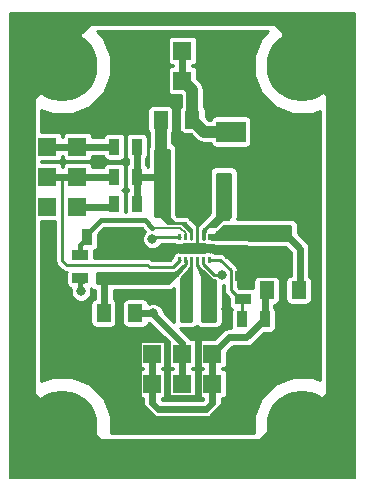
<source format=gbr>
G04 #@! TF.GenerationSoftware,KiCad,Pcbnew,(2017-02-05 revision 431abcf)-makepkg*
G04 #@! TF.CreationDate,2017-03-01T08:27:15+01:00*
G04 #@! TF.ProjectId,SYMPOWER02A,53594D504F5745523032412E6B696361,rev?*
G04 #@! TF.FileFunction,Copper,L2,Bot,Signal*
G04 #@! TF.FilePolarity,Positive*
%FSLAX46Y46*%
G04 Gerber Fmt 4.6, Leading zero omitted, Abs format (unit mm)*
G04 Created by KiCad (PCBNEW (2017-02-05 revision 431abcf)-makepkg) date 03/01/17 08:27:15*
%MOMM*%
%LPD*%
G01*
G04 APERTURE LIST*
%ADD10C,1.300000*%
%ADD11R,0.889000X1.397000*%
%ADD12C,0.500000*%
%ADD13C,0.250000*%
%ADD14C,0.900000*%
%ADD15C,0.280000*%
%ADD16C,6.000000*%
%ADD17R,1.300000X1.500000*%
%ADD18R,0.700000X3.000000*%
%ADD19R,1.397000X0.889000*%
%ADD20R,2.499360X1.800860*%
%ADD21R,1.524000X1.524000*%
%ADD22C,0.800000*%
%ADD23C,0.600000*%
%ADD24C,0.250000*%
%ADD25C,0.200000*%
%ADD26C,0.400000*%
%ADD27C,1.000000*%
%ADD28C,0.800000*%
%ADD29C,0.254000*%
G04 APERTURE END LIST*
D10*
D11*
X13525500Y23622000D03*
X15430500Y23622000D03*
D12*
X16256000Y20066000D03*
X15556000Y20066000D03*
X16956000Y20066000D03*
D13*
X14906000Y20316000D03*
D10*
G36*
X14556000Y20191000D02*
X14556000Y20441000D01*
X15256000Y20441000D01*
X15256000Y20191000D01*
X14556000Y20191000D01*
X14556000Y20191000D01*
G37*
D13*
X14906000Y19816000D03*
D10*
G36*
X14556000Y19691000D02*
X14556000Y19941000D01*
X15256000Y19941000D01*
X15256000Y19691000D01*
X14556000Y19691000D01*
X14556000Y19691000D01*
G37*
D13*
X17606000Y19816000D03*
D10*
G36*
X17256000Y19691000D02*
X17256000Y19941000D01*
X17956000Y19941000D01*
X17956000Y19691000D01*
X17256000Y19691000D01*
X17256000Y19691000D01*
G37*
D13*
X17606000Y20316000D03*
D10*
G36*
X17256000Y20191000D02*
X17256000Y20441000D01*
X17956000Y20441000D01*
X17956000Y20191000D01*
X17256000Y20191000D01*
X17256000Y20191000D01*
G37*
D14*
X16256000Y20066000D03*
D10*
G36*
X15256000Y19616000D02*
X15256000Y20516000D01*
X17256000Y20516000D01*
X17256000Y19616000D01*
X15256000Y19616000D01*
X15256000Y19616000D01*
G37*
D15*
X15006000Y19116000D03*
D10*
G36*
X14866000Y18866000D02*
X14866000Y19366000D01*
X15146000Y19366000D01*
X15146000Y18866000D01*
X14866000Y18866000D01*
X14866000Y18866000D01*
G37*
D15*
X15506000Y19116000D03*
D10*
G36*
X15366000Y18866000D02*
X15366000Y19366000D01*
X15646000Y19366000D01*
X15646000Y18866000D01*
X15366000Y18866000D01*
X15366000Y18866000D01*
G37*
D15*
X16006000Y19116000D03*
D10*
G36*
X15866000Y18866000D02*
X15866000Y19366000D01*
X16146000Y19366000D01*
X16146000Y18866000D01*
X15866000Y18866000D01*
X15866000Y18866000D01*
G37*
D15*
X16506000Y19116000D03*
D10*
G36*
X16366000Y18866000D02*
X16366000Y19366000D01*
X16646000Y19366000D01*
X16646000Y18866000D01*
X16366000Y18866000D01*
X16366000Y18866000D01*
G37*
D15*
X17006000Y19116000D03*
D10*
G36*
X16866000Y18866000D02*
X16866000Y19366000D01*
X17146000Y19366000D01*
X17146000Y18866000D01*
X16866000Y18866000D01*
X16866000Y18866000D01*
G37*
D15*
X17506000Y19116000D03*
D10*
G36*
X17366000Y18866000D02*
X17366000Y19366000D01*
X17646000Y19366000D01*
X17646000Y18866000D01*
X17366000Y18866000D01*
X17366000Y18866000D01*
G37*
D15*
X17506000Y21016000D03*
D10*
G36*
X17366000Y20766000D02*
X17366000Y21266000D01*
X17646000Y21266000D01*
X17646000Y20766000D01*
X17366000Y20766000D01*
X17366000Y20766000D01*
G37*
D15*
X17006000Y21016000D03*
D10*
G36*
X16866000Y20766000D02*
X16866000Y21266000D01*
X17146000Y21266000D01*
X17146000Y20766000D01*
X16866000Y20766000D01*
X16866000Y20766000D01*
G37*
D15*
X16506000Y21016000D03*
D10*
G36*
X16366000Y20766000D02*
X16366000Y21266000D01*
X16646000Y21266000D01*
X16646000Y20766000D01*
X16366000Y20766000D01*
X16366000Y20766000D01*
G37*
D15*
X16006000Y21016000D03*
D10*
G36*
X15866000Y20766000D02*
X15866000Y21266000D01*
X16146000Y21266000D01*
X16146000Y20766000D01*
X15866000Y20766000D01*
X15866000Y20766000D01*
G37*
D15*
X15506000Y21016000D03*
D10*
G36*
X15366000Y20766000D02*
X15366000Y21266000D01*
X15646000Y21266000D01*
X15646000Y20766000D01*
X15366000Y20766000D01*
X15366000Y20766000D01*
G37*
D15*
X15006000Y21016000D03*
D10*
G36*
X14866000Y20766000D02*
X14866000Y21266000D01*
X15146000Y21266000D01*
X15146000Y20766000D01*
X14866000Y20766000D01*
X14866000Y20766000D01*
G37*
D16*
X5080000Y5080000D03*
X25400000Y5080000D03*
X25400000Y35560000D03*
X5080000Y35560000D03*
D17*
X16082000Y30988000D03*
D18*
X14732000Y30988000D03*
D17*
X13382000Y30988000D03*
D11*
X15430500Y25654000D03*
X13525500Y25654000D03*
X13525500Y27686000D03*
X15430500Y27686000D03*
X17462500Y16764000D03*
X15557500Y16764000D03*
X15557500Y14732000D03*
X17462500Y14732000D03*
X16827500Y23622000D03*
X18732500Y23622000D03*
D19*
X8636000Y19494500D03*
X8636000Y17589500D03*
X23622000Y21526500D03*
X23622000Y19621500D03*
X10668000Y17589500D03*
X10668000Y19494500D03*
X21590000Y19621500D03*
X21590000Y21526500D03*
X12700000Y19494500D03*
X12700000Y17589500D03*
D17*
X11256000Y14605000D03*
D18*
X9906000Y14605000D03*
D17*
X8556000Y14605000D03*
X25073600Y16535400D03*
D18*
X23723600Y16535400D03*
D17*
X22373600Y16535400D03*
D19*
X13843000Y3048000D03*
X13843000Y4953000D03*
D20*
X19337020Y29972000D03*
X23334980Y29972000D03*
D21*
X12700000Y34290000D03*
X12700000Y36830000D03*
X15240000Y34290000D03*
X15240000Y36830000D03*
X17780000Y34290000D03*
X17780000Y36830000D03*
X3810000Y26162000D03*
X6350000Y26162000D03*
X6350000Y28702000D03*
X3810000Y28702000D03*
X3810000Y23622000D03*
X6350000Y23622000D03*
X10160000Y8636000D03*
X10160000Y11176000D03*
X12700000Y8636000D03*
X12700000Y11176000D03*
X15240000Y8636000D03*
X15240000Y11176000D03*
X17780000Y8636000D03*
X17780000Y11176000D03*
X20320000Y8636000D03*
X20320000Y11176000D03*
D11*
X11366500Y26162000D03*
X9461500Y26162000D03*
X9461500Y28702000D03*
X11366500Y28702000D03*
X11366500Y23876000D03*
X9461500Y23876000D03*
D19*
X6604000Y19494500D03*
X6604000Y17589500D03*
D11*
X7175500Y21082000D03*
X9080500Y21082000D03*
D19*
X20345400Y15811500D03*
X20345400Y17716500D03*
D11*
X20294600Y14097000D03*
X22199600Y14097000D03*
D19*
X11176000Y4953000D03*
X11176000Y3048000D03*
X19558000Y19621500D03*
X19558000Y21526500D03*
D11*
X16827500Y25654000D03*
X18732500Y25654000D03*
D22*
X19837400Y6273800D03*
X10541000Y6248400D03*
X3835400Y20243800D03*
X19024600Y13690600D03*
X18948400Y14960600D03*
X26111200Y10033000D03*
X9905996Y12674600D03*
X10261600Y20472400D03*
X11303000Y20370800D03*
X11277600Y21412200D03*
X3860800Y21742400D03*
X12852400Y19456400D03*
X5207000Y14732000D03*
X3810000Y14859000D03*
X6858000Y9398000D03*
X10287000Y21463000D03*
X23495000Y18542000D03*
X22352000Y18542000D03*
X20574002Y18796000D03*
X8382000Y11938000D03*
X8382000Y10160000D03*
X8382000Y8636000D03*
X21590000Y32258000D03*
X10414000Y33782000D03*
X10414000Y35560000D03*
X10414000Y37084000D03*
X19812000Y34036000D03*
X19812000Y35560000D03*
X19812000Y37084000D03*
X4064000Y30734000D03*
X7112000Y30734000D03*
X8890000Y30734000D03*
X9906000Y31496000D03*
X11176000Y32766000D03*
X17018000Y27432000D03*
X16002000Y26670000D03*
X16256000Y24638000D03*
X19558000Y27686000D03*
X18288000Y27686000D03*
X16764000Y28448000D03*
X15748000Y29210000D03*
X6654800Y16433798D03*
X12776200Y14579600D03*
X18596887Y17856200D03*
X12700000Y20878800D03*
D23*
X10940999Y5848401D02*
X10541000Y6248400D01*
X11836400Y4953000D02*
X10940999Y5848401D01*
X13843000Y4953000D02*
X11836400Y4953000D01*
X18333587Y12999587D02*
X18624601Y13290601D01*
X13962001Y12186213D02*
X13962001Y7410637D01*
X16417999Y7373999D02*
X16517999Y7473999D01*
X17179585Y12999587D02*
X18333587Y12999587D01*
X11437999Y12338001D02*
X11537999Y12438001D01*
X16517999Y12338001D02*
X17179585Y12999587D01*
X12876625Y5676989D02*
X11437999Y7115615D01*
X16517999Y7473999D02*
X16517999Y12338001D01*
X17603375Y5676989D02*
X12876625Y5676989D01*
X13998639Y7373999D02*
X16417999Y7373999D01*
X13962001Y7410637D02*
X13998639Y7373999D01*
X13710213Y12438001D02*
X13962001Y12186213D01*
X20320000Y11176000D02*
X20320000Y8393616D01*
X11437999Y7115615D02*
X11437999Y12338001D01*
X18624601Y13290601D02*
X19024600Y13690600D01*
X20320000Y8393616D02*
X17603375Y5676989D01*
X11537999Y12438001D02*
X13710213Y12438001D01*
D24*
X11239500Y19494500D02*
X10261600Y20472400D01*
D25*
X10287000Y20497800D02*
X10261600Y20472400D01*
D24*
X12700000Y19494500D02*
X11239500Y19494500D01*
D25*
X10287000Y21463000D02*
X10287000Y20497800D01*
X11277600Y20396200D02*
X11303000Y20370800D01*
X11277600Y21412200D02*
X11277600Y20396200D01*
X3810000Y14859000D02*
X3810000Y21691600D01*
X3810000Y21691600D02*
X3860800Y21742400D01*
D26*
X12700000Y19494500D02*
X12738100Y19456400D01*
X12738100Y19456400D02*
X12852400Y19456400D01*
D25*
X6858000Y9398000D02*
X6858000Y11811000D01*
X6858000Y11811000D02*
X3810000Y14859000D01*
D23*
X22352000Y18542000D02*
X23495000Y18542000D01*
D24*
X22333001Y18560999D02*
X22352000Y18542000D01*
X21952001Y18560999D02*
X22333001Y18560999D01*
X21907500Y18605500D02*
X21952001Y18560999D01*
X21907500Y19621500D02*
X21907500Y18605500D01*
X21590000Y19621500D02*
X21590000Y18923000D01*
X21590000Y18923000D02*
X21952001Y18560999D01*
X19812000Y19621500D02*
X20574002Y18859498D01*
X20574002Y18859498D02*
X20574002Y18796000D01*
X19558000Y19621500D02*
X19812000Y19621500D01*
X8382000Y10160000D02*
X8382000Y11938000D01*
X10160000Y8636000D02*
X8382000Y8636000D01*
X23334980Y29972000D02*
X22985730Y29972000D01*
X22985730Y29972000D02*
X21590000Y31367730D01*
X21590000Y31367730D02*
X21590000Y32258000D01*
X10414000Y37084000D02*
X10414000Y35560000D01*
X19812000Y35560000D02*
X19812000Y34036000D01*
X17780000Y36830000D02*
X19558000Y36830000D01*
X19558000Y36830000D02*
X19812000Y37084000D01*
X16506000Y21016000D02*
X16506000Y20316000D01*
X16506000Y20316000D02*
X16256000Y20066000D01*
X7112000Y30734000D02*
X4064000Y30734000D01*
X9906000Y31496000D02*
X9652000Y31496000D01*
X9652000Y31496000D02*
X8890000Y30734000D01*
X12700000Y34290000D02*
X12700000Y33278000D01*
X12700000Y33278000D02*
X12188000Y32766000D01*
X12188000Y32766000D02*
X11176000Y32766000D01*
X16764000Y28448000D02*
X16764000Y27686000D01*
X16764000Y27686000D02*
X17018000Y27432000D01*
X16827500Y23622000D02*
X16827500Y24066500D01*
X16827500Y24066500D02*
X16256000Y24638000D01*
X18288000Y27686000D02*
X19558000Y27686000D01*
X15430500Y27686000D02*
X15430500Y28892500D01*
X15430500Y28892500D02*
X15748000Y29210000D01*
X17606000Y19816000D02*
X17606000Y20316000D01*
X14906000Y19816000D02*
X15306000Y19816000D01*
X15306000Y19816000D02*
X15556000Y20066000D01*
X14906000Y20316000D02*
X15306000Y20316000D01*
X15306000Y20316000D02*
X15556000Y20066000D01*
X20193000Y20320000D02*
X20637500Y20320000D01*
X20637500Y20320000D02*
X21336000Y19621500D01*
X21336000Y19621500D02*
X21590000Y19621500D01*
X20189000Y20316000D02*
X20193000Y20320000D01*
X18669000Y20316000D02*
X18863500Y20316000D01*
X17606000Y20316000D02*
X18669000Y20316000D01*
X18669000Y20316000D02*
X20189000Y20316000D01*
X18863500Y20316000D02*
X19558000Y19621500D01*
X16506000Y21016000D02*
X16506000Y23300500D01*
X16506000Y23300500D02*
X16827500Y23622000D01*
X16827500Y23558500D02*
X16827500Y23622000D01*
X15430500Y23368000D02*
X15430500Y23622000D01*
D23*
X11366500Y26162000D02*
X13017500Y26162000D01*
X13017500Y26162000D02*
X13525500Y25654000D01*
X11366500Y26162000D02*
X11366500Y28702000D01*
X11366500Y28702000D02*
X11430000Y28765500D01*
X11366500Y23876000D02*
X11366500Y26162000D01*
D27*
X13382000Y30988000D02*
X13382000Y27829500D01*
X13382000Y27829500D02*
X13525500Y27686000D01*
D24*
X16006000Y21016000D02*
X16006000Y21586000D01*
X16006000Y21586000D02*
X15367000Y22225000D01*
X13525500Y22923500D02*
X13525500Y23622000D01*
X15367000Y22225000D02*
X14224000Y22225000D01*
X14224000Y22225000D02*
X13525500Y22923500D01*
D23*
X8636000Y17589500D02*
X8636000Y14685000D01*
X8636000Y14685000D02*
X8556000Y14605000D01*
D24*
X14138636Y17399000D02*
X13948136Y17589500D01*
X13948136Y17589500D02*
X12700000Y17589500D01*
X15506000Y19116000D02*
X15506000Y18766364D01*
X15506000Y18766364D02*
X14138636Y17399000D01*
D23*
X23622000Y21526500D02*
X23736300Y21526500D01*
X23736300Y21526500D02*
X25196800Y20066000D01*
X25196800Y20066000D02*
X25196800Y16586200D01*
X25196800Y16586200D02*
X25171400Y16560800D01*
X25171400Y16560800D02*
X25171400Y16633200D01*
D24*
X17506000Y21016000D02*
X19047500Y21016000D01*
X19047500Y21016000D02*
X19558000Y21526500D01*
D26*
X6604000Y16484598D02*
X6654800Y16433798D01*
X6604000Y17589500D02*
X6604000Y16484598D01*
D23*
X12750800Y14605000D02*
X12750800Y14528800D01*
D26*
X12776200Y14579600D02*
X15240000Y12115800D01*
D23*
X15240000Y12039600D02*
X15240000Y11176000D01*
X12750800Y14528800D02*
X15240000Y12039600D01*
X11607800Y14605000D02*
X12750800Y14605000D01*
D26*
X12750800Y14605000D02*
X12776200Y14579600D01*
X11256000Y14605000D02*
X12750800Y14605000D01*
D23*
X6778000Y17415500D02*
X6604000Y17589500D01*
X15240000Y11176000D02*
X15240000Y8636000D01*
X12700000Y8636000D02*
X12700000Y6985000D01*
X13208000Y6477000D02*
X17272000Y6477000D01*
X17272000Y6477000D02*
X17780000Y6985000D01*
X12700000Y6985000D02*
X13208000Y6477000D01*
X17780000Y6985000D02*
X17780000Y8636000D01*
X17780000Y11176000D02*
X19151600Y12547600D01*
X19151600Y12547600D02*
X20650200Y12547600D01*
X20650200Y12547600D02*
X22199600Y14097000D01*
X22199600Y14097000D02*
X22199600Y16361400D01*
X22199600Y16361400D02*
X22373600Y16535400D01*
X17780000Y11176000D02*
X17780000Y8636000D01*
X12700000Y11176000D02*
X12700000Y8636000D01*
D28*
X25400000Y35560000D02*
X25400000Y37109400D01*
X7289800Y39370000D02*
X5080000Y37160200D01*
X25400000Y37109400D02*
X23139400Y39370000D01*
X23139400Y39370000D02*
X7289800Y39370000D01*
X5080000Y37160200D02*
X5080000Y35560000D01*
X23368000Y5080000D02*
X20447000Y2159000D01*
X25400000Y5080000D02*
X23368000Y5080000D01*
X9144000Y2667000D02*
X18744360Y2667000D01*
X6731000Y5080000D02*
X9144000Y2667000D01*
X5080000Y5080000D02*
X6731000Y5080000D01*
X1524000Y32385000D02*
X1524000Y8636000D01*
X1524000Y8636000D02*
X5080000Y5080000D01*
X1699001Y32560001D02*
X1524000Y32385000D01*
X5080000Y35560000D02*
X2080001Y32560001D01*
X2080001Y32560001D02*
X1699001Y32560001D01*
X28956000Y8890000D02*
X28956000Y32004000D01*
X28956000Y32004000D02*
X25400000Y35560000D01*
X25400000Y5334000D02*
X28956000Y8890000D01*
X25400000Y5080000D02*
X25400000Y5334000D01*
D24*
X24130000Y1651000D02*
X25400000Y2921000D01*
X25400000Y2921000D02*
X25400000Y5080000D01*
X14545500Y1651000D02*
X24130000Y1651000D01*
X13843000Y3048000D02*
X13843000Y2353500D01*
X13843000Y2353500D02*
X14545500Y1651000D01*
X10541000Y1270000D02*
X11176000Y1905000D01*
X11176000Y1905000D02*
X11176000Y3048000D01*
X7112000Y1270000D02*
X10541000Y1270000D01*
X5080000Y3302000D02*
X7112000Y1270000D01*
X5080000Y5080000D02*
X5080000Y3302000D01*
D23*
X3810000Y26162000D02*
X5054600Y26162000D01*
X5054600Y26162000D02*
X6350000Y26162000D01*
D24*
X5080000Y19050000D02*
X5080000Y26136600D01*
X15006000Y19116000D02*
X14418198Y18528198D01*
X5485619Y18644381D02*
X5080000Y19050000D01*
X14418198Y18528198D02*
X12428198Y18528198D01*
X12428198Y18528198D02*
X12312015Y18644381D01*
X12312015Y18644381D02*
X5485619Y18644381D01*
X5080000Y26136600D02*
X5054600Y26162000D01*
D23*
X6350000Y26162000D02*
X9461500Y26162000D01*
D24*
X17915800Y17856200D02*
X18596887Y17856200D01*
X17006000Y18766000D02*
X17915800Y17856200D01*
X17006000Y19116000D02*
X17006000Y18766000D01*
D23*
X6350000Y28702000D02*
X9461500Y28702000D01*
X3810000Y28702000D02*
X6350000Y28702000D01*
D24*
X12837200Y21016000D02*
X12700000Y20878800D01*
X15006000Y21016000D02*
X12837200Y21016000D01*
D23*
X6350000Y23622000D02*
X9207500Y23622000D01*
X9207500Y23622000D02*
X9461500Y23876000D01*
D24*
X16006000Y19116000D02*
X16006000Y17212500D01*
X16006000Y17212500D02*
X15557500Y16764000D01*
D26*
X6604000Y20339000D02*
X7175500Y20910500D01*
X6604000Y19494500D02*
X6604000Y20339000D01*
X7175500Y20910500D02*
X7175500Y21082000D01*
D25*
X15506000Y21016000D02*
X15506000Y21366000D01*
X15506000Y21366000D02*
X15072010Y21799990D01*
X15072010Y21799990D02*
X12744010Y21799990D01*
X12744010Y21799990D02*
X12700000Y21844000D01*
D26*
X12065000Y22479000D02*
X12700000Y21844000D01*
X8318500Y22479000D02*
X12065000Y22479000D01*
X7175500Y21082000D02*
X7175500Y21336000D01*
X7175500Y21336000D02*
X8318500Y22479000D01*
X6477000Y19367500D02*
X6604000Y19494500D01*
D24*
X20294600Y14097000D02*
X20294600Y15760700D01*
X20294600Y15760700D02*
X20345400Y15811500D01*
X18456804Y19116000D02*
X19321899Y18250905D01*
X19321899Y18250905D02*
X19321899Y16581001D01*
X19321899Y16581001D02*
X20091400Y15811500D01*
X17506000Y19116000D02*
X18456804Y19116000D01*
X20091400Y15811500D02*
X20345400Y15811500D01*
D27*
X16082000Y30988000D02*
X16082000Y33448000D01*
X16082000Y33448000D02*
X15240000Y34290000D01*
X19337020Y29972000D02*
X17098000Y29972000D01*
X17098000Y29972000D02*
X16082000Y30988000D01*
D23*
X15240000Y36830000D02*
X15240000Y34290000D01*
D25*
G36*
X29851000Y629000D02*
X629000Y629000D01*
X629000Y33147000D01*
X2725000Y33147000D01*
X2725000Y4318000D01*
X2759254Y4145792D01*
X2856802Y3999802D01*
X3002792Y3902254D01*
X3175000Y3868000D01*
X27051000Y3868000D01*
X27223208Y3902254D01*
X27369198Y3999802D01*
X27466746Y4145792D01*
X27501000Y4318000D01*
X27501000Y33020000D01*
X27457682Y33212639D01*
X27353006Y33353606D01*
X27202351Y33443784D01*
X23930727Y34612221D01*
X23729510Y39009570D01*
X23695726Y39161208D01*
X23598178Y39307198D01*
X23452188Y39404746D01*
X23279980Y39439000D01*
X7112000Y39439000D01*
X6939792Y39404746D01*
X6793802Y39307198D01*
X6696254Y39161208D01*
X6662000Y38989000D01*
X6662000Y34280255D01*
X3089490Y33588801D01*
X3002792Y33562746D01*
X2856802Y33465198D01*
X2759254Y33319208D01*
X2725000Y33147000D01*
X629000Y33147000D01*
X629000Y40011000D01*
X29851000Y40011000D01*
X29851000Y629000D01*
X29851000Y629000D01*
G37*
X29851000Y629000D02*
X629000Y629000D01*
X629000Y33147000D01*
X2725000Y33147000D01*
X2725000Y4318000D01*
X2759254Y4145792D01*
X2856802Y3999802D01*
X3002792Y3902254D01*
X3175000Y3868000D01*
X27051000Y3868000D01*
X27223208Y3902254D01*
X27369198Y3999802D01*
X27466746Y4145792D01*
X27501000Y4318000D01*
X27501000Y33020000D01*
X27457682Y33212639D01*
X27353006Y33353606D01*
X27202351Y33443784D01*
X23930727Y34612221D01*
X23729510Y39009570D01*
X23695726Y39161208D01*
X23598178Y39307198D01*
X23452188Y39404746D01*
X23279980Y39439000D01*
X7112000Y39439000D01*
X6939792Y39404746D01*
X6793802Y39307198D01*
X6696254Y39161208D01*
X6662000Y38989000D01*
X6662000Y34280255D01*
X3089490Y33588801D01*
X3002792Y33562746D01*
X2856802Y33465198D01*
X2759254Y33319208D01*
X2725000Y33147000D01*
X629000Y33147000D01*
X629000Y40011000D01*
X29851000Y40011000D01*
X29851000Y629000D01*
D29*
G36*
X16510000Y18669000D02*
X16519667Y18620399D01*
X16547197Y18579197D01*
X16928197Y18198197D01*
X16947429Y18185347D01*
X17596187Y17536588D01*
X17742826Y17438606D01*
X17771524Y17432898D01*
X17915800Y17404200D01*
X18020861Y17404200D01*
X18034000Y17391038D01*
X18034000Y13970000D01*
X16891000Y13970000D01*
X16891000Y17653000D01*
X16880054Y17704580D01*
X16458000Y18654202D01*
X16458000Y18758385D01*
X16479406Y18866000D01*
X16479406Y19282594D01*
X16510000Y19282594D01*
X16510000Y18669000D01*
X16510000Y18669000D01*
G37*
X16510000Y18669000D02*
X16519667Y18620399D01*
X16547197Y18579197D01*
X16928197Y18198197D01*
X16947429Y18185347D01*
X17596187Y17536588D01*
X17742826Y17438606D01*
X17771524Y17432898D01*
X17915800Y17404200D01*
X18020861Y17404200D01*
X18034000Y17391038D01*
X18034000Y13970000D01*
X16891000Y13970000D01*
X16891000Y17653000D01*
X16880054Y17704580D01*
X16458000Y18654202D01*
X16458000Y18758385D01*
X16479406Y18866000D01*
X16479406Y19282594D01*
X16510000Y19282594D01*
X16510000Y18669000D01*
G36*
X16002000Y13970000D02*
X15113000Y13970000D01*
X15113000Y17606019D01*
X15844426Y18459349D01*
X15868715Y18502541D01*
X15870538Y18513988D01*
X15923594Y18593391D01*
X15951767Y18735029D01*
X15954027Y18738411D01*
X15979406Y18866000D01*
X15979406Y19282594D01*
X16002000Y19282594D01*
X16002000Y13970000D01*
X16002000Y13970000D01*
G37*
X16002000Y13970000D02*
X15113000Y13970000D01*
X15113000Y17606019D01*
X15844426Y18459349D01*
X15868715Y18502541D01*
X15870538Y18513988D01*
X15923594Y18593391D01*
X15951767Y18735029D01*
X15954027Y18738411D01*
X15979406Y18866000D01*
X15979406Y19282594D01*
X16002000Y19282594D01*
X16002000Y13970000D01*
G36*
X15421000Y18662966D02*
X14737723Y17865809D01*
X14694008Y17794614D01*
X14044394Y17145000D01*
X8001000Y17145000D01*
X8001000Y18034000D01*
X14605000Y18034000D01*
X14653601Y18043667D01*
X14684336Y18061830D01*
X15319336Y18569830D01*
X15351248Y18607739D01*
X15351907Y18610303D01*
X15381754Y18630246D01*
X15421000Y18688982D01*
X15421000Y18662966D01*
X15421000Y18662966D01*
G37*
X15421000Y18662966D02*
X14737723Y17865809D01*
X14694008Y17794614D01*
X14044394Y17145000D01*
X8001000Y17145000D01*
X8001000Y18034000D01*
X14605000Y18034000D01*
X14653601Y18043667D01*
X14684336Y18061830D01*
X15319336Y18569830D01*
X15351248Y18607739D01*
X15351907Y18610303D01*
X15381754Y18630246D01*
X15421000Y18688982D01*
X15421000Y18662966D01*
G36*
X24384000Y20828000D02*
X20851708Y20828000D01*
X20848742Y20829982D01*
X20637500Y20872000D01*
X20193000Y20872000D01*
X20172890Y20868000D01*
X17998054Y20868000D01*
X17956000Y20876365D01*
X17699000Y20876365D01*
X17699000Y21209000D01*
X17907000Y21209000D01*
X17955601Y21218667D01*
X17996803Y21246197D01*
X18205552Y21454946D01*
X18335935Y21542065D01*
X18764870Y21971000D01*
X24384000Y21971000D01*
X24384000Y20828000D01*
X24384000Y20828000D01*
G37*
X24384000Y20828000D02*
X20851708Y20828000D01*
X20848742Y20829982D01*
X20637500Y20872000D01*
X20193000Y20872000D01*
X20172890Y20868000D01*
X17998054Y20868000D01*
X17956000Y20876365D01*
X17699000Y20876365D01*
X17699000Y21209000D01*
X17907000Y21209000D01*
X17955601Y21218667D01*
X17996803Y21246197D01*
X18205552Y21454946D01*
X18335935Y21542065D01*
X18764870Y21971000D01*
X24384000Y21971000D01*
X24384000Y20828000D01*
G36*
X19304000Y22785606D02*
X19124394Y22606000D01*
X18669000Y22606000D01*
X18620399Y22596333D01*
X18579197Y22568803D01*
X17981394Y21971000D01*
X17526000Y21971000D01*
X17477399Y21961333D01*
X17436197Y21933803D01*
X17182197Y21679803D01*
X17154667Y21638601D01*
X17145000Y21590000D01*
X17145000Y21511612D01*
X17130246Y21501754D01*
X17057973Y21393589D01*
X17032594Y21266000D01*
X17032594Y20849406D01*
X16979406Y20849406D01*
X16979406Y21266000D01*
X16958000Y21373615D01*
X16958000Y21604394D01*
X18123803Y22770197D01*
X18151333Y22811399D01*
X18161000Y22860000D01*
X18161000Y26416000D01*
X19304000Y26416000D01*
X19304000Y22785606D01*
X19304000Y22785606D01*
G37*
X19304000Y22785606D02*
X19124394Y22606000D01*
X18669000Y22606000D01*
X18620399Y22596333D01*
X18579197Y22568803D01*
X17981394Y21971000D01*
X17526000Y21971000D01*
X17477399Y21961333D01*
X17436197Y21933803D01*
X17182197Y21679803D01*
X17154667Y21638601D01*
X17145000Y21590000D01*
X17145000Y21511612D01*
X17130246Y21501754D01*
X17057973Y21393589D01*
X17032594Y21266000D01*
X17032594Y20849406D01*
X16979406Y20849406D01*
X16979406Y21266000D01*
X16958000Y21373615D01*
X16958000Y21604394D01*
X18123803Y22770197D01*
X18151333Y22811399D01*
X18161000Y22860000D01*
X18161000Y26416000D01*
X19304000Y26416000D01*
X19304000Y22785606D01*
D24*
G36*
X14099000Y22733000D02*
X14108515Y22685165D01*
X14135612Y22644612D01*
X14516612Y22263612D01*
X14557165Y22236515D01*
X14605000Y22227000D01*
X15442224Y22227000D01*
X16004000Y21665224D01*
X16004000Y20847367D01*
X15977367Y20847367D01*
X15977367Y21266000D01*
X15952143Y21392809D01*
X15914445Y21449228D01*
X15911109Y21466000D01*
X15898649Y21528641D01*
X15806521Y21666520D01*
X15372530Y22100510D01*
X15234651Y22192639D01*
X15207667Y22198006D01*
X15072010Y22224990D01*
X14019786Y22224990D01*
X13423388Y22821388D01*
X13382835Y22848485D01*
X13335000Y22858000D01*
X12952000Y22858000D01*
X12952000Y28450000D01*
X14099000Y28450000D01*
X14099000Y22733000D01*
X14099000Y22733000D01*
G37*
X14099000Y22733000D02*
X14108515Y22685165D01*
X14135612Y22644612D01*
X14516612Y22263612D01*
X14557165Y22236515D01*
X14605000Y22227000D01*
X15442224Y22227000D01*
X16004000Y21665224D01*
X16004000Y20847367D01*
X15977367Y20847367D01*
X15977367Y21266000D01*
X15952143Y21392809D01*
X15914445Y21449228D01*
X15911109Y21466000D01*
X15898649Y21528641D01*
X15806521Y21666520D01*
X15372530Y22100510D01*
X15234651Y22192639D01*
X15207667Y22198006D01*
X15072010Y22224990D01*
X14019786Y22224990D01*
X13423388Y22821388D01*
X13382835Y22848485D01*
X13335000Y22858000D01*
X12952000Y22858000D01*
X12952000Y28450000D01*
X14099000Y28450000D01*
X14099000Y22733000D01*
D29*
G36*
X21903340Y37900810D02*
X21273718Y36384513D01*
X21272285Y34742690D01*
X21899259Y33225296D01*
X23059190Y32063340D01*
X24575487Y31433718D01*
X26217310Y31432285D01*
X26924000Y31724283D01*
X26924000Y8915830D01*
X26224513Y9206282D01*
X24582690Y9207715D01*
X23065296Y8580741D01*
X21903340Y7420810D01*
X21273718Y5904513D01*
X21272444Y4445000D01*
X9206447Y4445000D01*
X9207715Y5897310D01*
X8580741Y7414704D01*
X7420810Y8576660D01*
X5904513Y9206282D01*
X4262690Y9207715D01*
X3302000Y8810766D01*
X3302000Y22373656D01*
X4478000Y22373656D01*
X4478000Y19050000D01*
X4523825Y18819625D01*
X4654322Y18624322D01*
X5059941Y18218703D01*
X5255244Y18088206D01*
X5423289Y18054779D01*
X5419156Y18034000D01*
X5419156Y17145000D01*
X5456177Y16958884D01*
X5561603Y16801103D01*
X5719384Y16695677D01*
X5806726Y16678303D01*
X5777953Y16609009D01*
X5777649Y16260117D01*
X5910882Y15937667D01*
X6157371Y15690747D01*
X6479589Y15556951D01*
X6828481Y15556647D01*
X7150931Y15689880D01*
X7397851Y15936369D01*
X7531647Y16258587D01*
X7531951Y16607479D01*
X7494017Y16699286D01*
X7514951Y16713274D01*
X7536710Y16680710D01*
X7691460Y16577309D01*
X7859000Y16543984D01*
X7859000Y15831995D01*
X7719884Y15804323D01*
X7562103Y15698897D01*
X7456677Y15541116D01*
X7419656Y15355000D01*
X7419656Y13855000D01*
X7456677Y13668884D01*
X7562103Y13511103D01*
X7719884Y13405677D01*
X7906000Y13368656D01*
X9206000Y13368656D01*
X9392116Y13405677D01*
X9549897Y13511103D01*
X9655323Y13668884D01*
X9692344Y13855000D01*
X9692344Y15355000D01*
X9655323Y15541116D01*
X9549897Y15698897D01*
X9413000Y15790369D01*
X9413000Y16541000D01*
X14097000Y16541000D01*
X14279540Y16577309D01*
X14434290Y16680710D01*
X14509000Y16755420D01*
X14509000Y13869444D01*
X13653326Y14725118D01*
X13653351Y14753281D01*
X13520118Y15075731D01*
X13273629Y15322651D01*
X12951411Y15456447D01*
X12602519Y15456751D01*
X12421607Y15382000D01*
X12386973Y15382000D01*
X12355323Y15541116D01*
X12249897Y15698897D01*
X12092116Y15804323D01*
X11906000Y15841344D01*
X10606000Y15841344D01*
X10419884Y15804323D01*
X10262103Y15698897D01*
X10156677Y15541116D01*
X10119656Y15355000D01*
X10119656Y13855000D01*
X10156677Y13668884D01*
X10262103Y13511103D01*
X10419884Y13405677D01*
X10606000Y13368656D01*
X11906000Y13368656D01*
X12092116Y13405677D01*
X12249897Y13511103D01*
X12355323Y13668884D01*
X12380289Y13794395D01*
X12390672Y13790084D01*
X14039877Y12140879D01*
X14028677Y12124116D01*
X13991656Y11938000D01*
X13991656Y10414000D01*
X14028677Y10227884D01*
X14134103Y10070103D01*
X14291884Y9964677D01*
X14463000Y9930640D01*
X14463000Y9881360D01*
X14291884Y9847323D01*
X14134103Y9741897D01*
X14028677Y9584116D01*
X13991656Y9398000D01*
X13991656Y7874000D01*
X14028677Y7687884D01*
X14134103Y7530103D01*
X14291884Y7424677D01*
X14478000Y7387656D01*
X16002000Y7387656D01*
X16188116Y7424677D01*
X16345897Y7530103D01*
X16451323Y7687884D01*
X16488344Y7874000D01*
X16488344Y9398000D01*
X16451323Y9584116D01*
X16345897Y9741897D01*
X16188116Y9847323D01*
X16017000Y9881360D01*
X16017000Y9930640D01*
X16188116Y9964677D01*
X16345897Y10070103D01*
X16451323Y10227884D01*
X16488344Y10414000D01*
X16488344Y11938000D01*
X16451323Y12124116D01*
X16345897Y12281897D01*
X16188116Y12387323D01*
X16002000Y12424344D01*
X15899456Y12424344D01*
X15789422Y12589022D01*
X15012444Y13366000D01*
X16129000Y13366000D01*
X16311540Y13402309D01*
X16446500Y13492487D01*
X16581460Y13402309D01*
X16764000Y13366000D01*
X18161000Y13366000D01*
X18343540Y13402309D01*
X18498290Y13505710D01*
X18601691Y13660460D01*
X18638000Y13843000D01*
X18638000Y16979165D01*
X18719899Y16979093D01*
X18719899Y16581001D01*
X18765724Y16350626D01*
X18896221Y16155323D01*
X19160556Y15890988D01*
X19160556Y15367000D01*
X19197577Y15180884D01*
X19303003Y15023103D01*
X19396591Y14960570D01*
X19363756Y14795500D01*
X19363756Y13398500D01*
X19378456Y13324600D01*
X19151600Y13324600D01*
X18854255Y13265454D01*
X18602178Y13097022D01*
X17929500Y12424344D01*
X17018000Y12424344D01*
X16831884Y12387323D01*
X16674103Y12281897D01*
X16568677Y12124116D01*
X16531656Y11938000D01*
X16531656Y10414000D01*
X16568677Y10227884D01*
X16674103Y10070103D01*
X16831884Y9964677D01*
X17003000Y9930640D01*
X17003000Y9881360D01*
X16831884Y9847323D01*
X16674103Y9741897D01*
X16568677Y9584116D01*
X16531656Y9398000D01*
X16531656Y7874000D01*
X16568677Y7687884D01*
X16674103Y7530103D01*
X16831884Y7424677D01*
X17003000Y7390640D01*
X17003000Y7306844D01*
X16950156Y7254000D01*
X13529844Y7254000D01*
X13477000Y7306844D01*
X13477000Y7390640D01*
X13648116Y7424677D01*
X13805897Y7530103D01*
X13911323Y7687884D01*
X13948344Y7874000D01*
X13948344Y9398000D01*
X13911323Y9584116D01*
X13805897Y9741897D01*
X13648116Y9847323D01*
X13477000Y9881360D01*
X13477000Y9930640D01*
X13648116Y9964677D01*
X13805897Y10070103D01*
X13911323Y10227884D01*
X13948344Y10414000D01*
X13948344Y11938000D01*
X13911323Y12124116D01*
X13805897Y12281897D01*
X13648116Y12387323D01*
X13462000Y12424344D01*
X11938000Y12424344D01*
X11751884Y12387323D01*
X11594103Y12281897D01*
X11488677Y12124116D01*
X11451656Y11938000D01*
X11451656Y10414000D01*
X11488677Y10227884D01*
X11594103Y10070103D01*
X11751884Y9964677D01*
X11923000Y9930640D01*
X11923000Y9881360D01*
X11751884Y9847323D01*
X11594103Y9741897D01*
X11488677Y9584116D01*
X11451656Y9398000D01*
X11451656Y7874000D01*
X11488677Y7687884D01*
X11594103Y7530103D01*
X11751884Y7424677D01*
X11923000Y7390640D01*
X11923000Y6985000D01*
X11982146Y6687655D01*
X12150578Y6435578D01*
X12658578Y5927578D01*
X12910655Y5759146D01*
X13208000Y5700000D01*
X17272000Y5700000D01*
X17569345Y5759146D01*
X17821422Y5927578D01*
X18329422Y6435578D01*
X18497854Y6687655D01*
X18557000Y6985000D01*
X18557000Y7390640D01*
X18728116Y7424677D01*
X18885897Y7530103D01*
X18991323Y7687884D01*
X19028344Y7874000D01*
X19028344Y9398000D01*
X18991323Y9584116D01*
X18885897Y9741897D01*
X18728116Y9847323D01*
X18557000Y9881360D01*
X18557000Y9930640D01*
X18728116Y9964677D01*
X18885897Y10070103D01*
X18991323Y10227884D01*
X19028344Y10414000D01*
X19028344Y11325500D01*
X19473444Y11770600D01*
X20650200Y11770600D01*
X20947545Y11829746D01*
X21199622Y11998178D01*
X22113600Y12912156D01*
X22644100Y12912156D01*
X22830216Y12949177D01*
X22987997Y13054603D01*
X23093423Y13212384D01*
X23130444Y13398500D01*
X23130444Y14795500D01*
X23093423Y14981616D01*
X22987997Y15139397D01*
X22976600Y15147012D01*
X22976600Y15299056D01*
X23023600Y15299056D01*
X23209716Y15336077D01*
X23367497Y15441503D01*
X23472923Y15599284D01*
X23509944Y15785400D01*
X23509944Y17285400D01*
X23472923Y17471516D01*
X23367497Y17629297D01*
X23209716Y17734723D01*
X23023600Y17771744D01*
X21723600Y17771744D01*
X21537484Y17734723D01*
X21379703Y17629297D01*
X21274277Y17471516D01*
X21237256Y17285400D01*
X21237256Y16700485D01*
X21230016Y16705323D01*
X21043900Y16742344D01*
X20011912Y16742344D01*
X19923899Y16830357D01*
X19923899Y18250905D01*
X19878074Y18481280D01*
X19747577Y18676583D01*
X18882482Y19541678D01*
X18687179Y19672175D01*
X18456804Y19718000D01*
X17977770Y19718000D01*
X17832116Y19815323D01*
X17646000Y19852344D01*
X17366000Y19852344D01*
X17256000Y19830464D01*
X17146000Y19852344D01*
X16866000Y19852344D01*
X16852510Y19849661D01*
X16819540Y19871691D01*
X16637000Y19908000D01*
X16256000Y19908000D01*
X16192500Y19895369D01*
X16129000Y19908000D01*
X15748000Y19908000D01*
X15684500Y19895369D01*
X15621000Y19908000D01*
X15240000Y19908000D01*
X15057460Y19871691D01*
X15028505Y19852344D01*
X14866000Y19852344D01*
X14679884Y19815323D01*
X14522103Y19709897D01*
X14416677Y19552116D01*
X14379656Y19366000D01*
X14379656Y19341013D01*
X14168842Y19130198D01*
X12647688Y19130198D01*
X12542390Y19200556D01*
X12312015Y19246381D01*
X7788844Y19246381D01*
X7788844Y19930741D01*
X7806116Y19934177D01*
X7963897Y20039603D01*
X8069323Y20197384D01*
X8106344Y20383500D01*
X8106344Y21309422D01*
X8598922Y21802000D01*
X11784578Y21802000D01*
X12083759Y21502818D01*
X11956949Y21376229D01*
X11823153Y21054011D01*
X11822849Y20705119D01*
X11956082Y20382669D01*
X12202571Y20135749D01*
X12524789Y20001953D01*
X12873681Y20001649D01*
X13196131Y20134882D01*
X13443051Y20381371D01*
X13456600Y20414000D01*
X14534230Y20414000D01*
X14679884Y20316677D01*
X14866000Y20279656D01*
X15146000Y20279656D01*
X15256000Y20301536D01*
X15366000Y20279656D01*
X15536505Y20279656D01*
X15565460Y20260309D01*
X15748000Y20224000D01*
X16129000Y20224000D01*
X16311540Y20260309D01*
X16446500Y20350487D01*
X16581460Y20260309D01*
X16764000Y20224000D01*
X23939956Y20224000D01*
X24419800Y19744156D01*
X24419800Y17770988D01*
X24237484Y17734723D01*
X24079703Y17629297D01*
X23974277Y17471516D01*
X23937256Y17285400D01*
X23937256Y15785400D01*
X23974277Y15599284D01*
X24079703Y15441503D01*
X24237484Y15336077D01*
X24423600Y15299056D01*
X25723600Y15299056D01*
X25909716Y15336077D01*
X26067497Y15441503D01*
X26172923Y15599284D01*
X26209944Y15785400D01*
X26209944Y17285400D01*
X26172923Y17471516D01*
X26067497Y17629297D01*
X25973800Y17691903D01*
X25973800Y20066000D01*
X25914654Y20363345D01*
X25746222Y20615422D01*
X24988000Y21373644D01*
X24988000Y22098000D01*
X24951691Y22280540D01*
X24848290Y22435290D01*
X24693540Y22538691D01*
X24511000Y22575000D01*
X19876572Y22575000D01*
X19908000Y22733000D01*
X19908000Y26543000D01*
X19871691Y26725540D01*
X19768290Y26880290D01*
X19613540Y26983691D01*
X19431000Y27020000D01*
X18034000Y27020000D01*
X17851460Y26983691D01*
X17696710Y26880290D01*
X17593309Y26725540D01*
X17557000Y26543000D01*
X17557000Y23057580D01*
X16501306Y22001886D01*
X16466290Y22054290D01*
X15831290Y22689290D01*
X15676540Y22792691D01*
X15494000Y22829000D01*
X14802580Y22829000D01*
X14701000Y22930580D01*
X14701000Y28575000D01*
X14664691Y28757540D01*
X14561290Y28912290D01*
X14406540Y29015691D01*
X14359000Y29025147D01*
X14359000Y29882813D01*
X14375897Y29894103D01*
X14481323Y30051884D01*
X14518344Y30238000D01*
X14518344Y31738000D01*
X14481323Y31924116D01*
X14375897Y32081897D01*
X14218116Y32187323D01*
X14032000Y32224344D01*
X12732000Y32224344D01*
X12545884Y32187323D01*
X12388103Y32081897D01*
X12282677Y31924116D01*
X12245656Y31738000D01*
X12245656Y30238000D01*
X12282677Y30051884D01*
X12388103Y29894103D01*
X12405000Y29882813D01*
X12405000Y28785513D01*
X12386309Y28757540D01*
X12350000Y28575000D01*
X12350000Y26939000D01*
X12281729Y26939000D01*
X12260323Y27046616D01*
X12154897Y27204397D01*
X12143500Y27212012D01*
X12143500Y27651988D01*
X12154897Y27659603D01*
X12260323Y27817384D01*
X12297344Y28003500D01*
X12297344Y29400500D01*
X12260323Y29586616D01*
X12154897Y29744397D01*
X11997116Y29849823D01*
X11811000Y29886844D01*
X10922000Y29886844D01*
X10735884Y29849823D01*
X10578103Y29744397D01*
X10472677Y29586616D01*
X10435656Y29400500D01*
X10435656Y28003500D01*
X10472677Y27817384D01*
X10578103Y27659603D01*
X10589500Y27651988D01*
X10589500Y27212012D01*
X10578103Y27204397D01*
X10472677Y27046616D01*
X10435656Y26860500D01*
X10435656Y25463500D01*
X10472677Y25277384D01*
X10578103Y25119603D01*
X10589500Y25111988D01*
X10589500Y24926012D01*
X10578103Y24918397D01*
X10472677Y24760616D01*
X10435656Y24574500D01*
X10435656Y23177500D01*
X10439933Y23156000D01*
X10388067Y23156000D01*
X10392344Y23177500D01*
X10392344Y24574500D01*
X10355323Y24760616D01*
X10249897Y24918397D01*
X10099334Y25019000D01*
X10249897Y25119603D01*
X10355323Y25277384D01*
X10392344Y25463500D01*
X10392344Y26860500D01*
X10355323Y27046616D01*
X10249897Y27204397D01*
X10092116Y27309823D01*
X9906000Y27346844D01*
X9017000Y27346844D01*
X8830884Y27309823D01*
X8673103Y27204397D01*
X8567677Y27046616D01*
X8546271Y26939000D01*
X7595360Y26939000D01*
X7561323Y27110116D01*
X7455897Y27267897D01*
X7298116Y27373323D01*
X7112000Y27410344D01*
X5588000Y27410344D01*
X5401884Y27373323D01*
X5244103Y27267897D01*
X5138677Y27110116D01*
X5104640Y26939000D01*
X5055360Y26939000D01*
X5021323Y27110116D01*
X4915897Y27267897D01*
X4758116Y27373323D01*
X4572000Y27410344D01*
X3302000Y27410344D01*
X3302000Y27453656D01*
X4572000Y27453656D01*
X4758116Y27490677D01*
X4915897Y27596103D01*
X5021323Y27753884D01*
X5055360Y27925000D01*
X5104640Y27925000D01*
X5138677Y27753884D01*
X5244103Y27596103D01*
X5401884Y27490677D01*
X5588000Y27453656D01*
X7112000Y27453656D01*
X7298116Y27490677D01*
X7455897Y27596103D01*
X7561323Y27753884D01*
X7595360Y27925000D01*
X8546271Y27925000D01*
X8567677Y27817384D01*
X8673103Y27659603D01*
X8830884Y27554177D01*
X9017000Y27517156D01*
X9906000Y27517156D01*
X10092116Y27554177D01*
X10249897Y27659603D01*
X10355323Y27817384D01*
X10392344Y28003500D01*
X10392344Y29400500D01*
X10355323Y29586616D01*
X10249897Y29744397D01*
X10092116Y29849823D01*
X9906000Y29886844D01*
X9017000Y29886844D01*
X8830884Y29849823D01*
X8673103Y29744397D01*
X8567677Y29586616D01*
X8546271Y29479000D01*
X7595360Y29479000D01*
X7561323Y29650116D01*
X7455897Y29807897D01*
X7298116Y29913323D01*
X7112000Y29950344D01*
X5588000Y29950344D01*
X5401884Y29913323D01*
X5244103Y29807897D01*
X5138677Y29650116D01*
X5104640Y29479000D01*
X5055360Y29479000D01*
X5021323Y29650116D01*
X4915897Y29807897D01*
X4758116Y29913323D01*
X4572000Y29950344D01*
X3302000Y29950344D01*
X3302000Y31829641D01*
X4255487Y31433718D01*
X5897310Y31432285D01*
X7414704Y32059259D01*
X8576660Y33219190D01*
X9206282Y34735487D01*
X9207715Y36377310D01*
X8705816Y37592000D01*
X13991656Y37592000D01*
X13991656Y36068000D01*
X14028677Y35881884D01*
X14134103Y35724103D01*
X14291884Y35618677D01*
X14463000Y35584640D01*
X14463000Y35535360D01*
X14291884Y35501323D01*
X14134103Y35395897D01*
X14028677Y35238116D01*
X13991656Y35052000D01*
X13991656Y33528000D01*
X14028677Y33341884D01*
X14134103Y33184103D01*
X14291884Y33078677D01*
X14478000Y33041656D01*
X15105000Y33041656D01*
X15105000Y32093187D01*
X15088103Y32081897D01*
X14982677Y31924116D01*
X14945656Y31738000D01*
X14945656Y30238000D01*
X14982677Y30051884D01*
X15088103Y29894103D01*
X15245884Y29788677D01*
X15432000Y29751656D01*
X15936658Y29751656D01*
X16407157Y29281157D01*
X16724118Y29069370D01*
X17098000Y28995000D01*
X17616227Y28995000D01*
X17638017Y28885454D01*
X17743443Y28727673D01*
X17901224Y28622247D01*
X18087340Y28585226D01*
X20586700Y28585226D01*
X20772816Y28622247D01*
X20930597Y28727673D01*
X21036023Y28885454D01*
X21073044Y29071570D01*
X21073044Y30872430D01*
X21036023Y31058546D01*
X20930597Y31216327D01*
X20772816Y31321753D01*
X20586700Y31358774D01*
X18087340Y31358774D01*
X17901224Y31321753D01*
X17743443Y31216327D01*
X17638017Y31058546D01*
X17616227Y30949000D01*
X17502686Y30949000D01*
X17218344Y31233342D01*
X17218344Y31738000D01*
X17181323Y31924116D01*
X17075897Y32081897D01*
X17059000Y32093187D01*
X17059000Y33448000D01*
X16984630Y33821882D01*
X16772843Y34138843D01*
X16488344Y34423342D01*
X16488344Y35052000D01*
X16451323Y35238116D01*
X16345897Y35395897D01*
X16188116Y35501323D01*
X16017000Y35535360D01*
X16017000Y35584640D01*
X16188116Y35618677D01*
X16345897Y35724103D01*
X16451323Y35881884D01*
X16488344Y36068000D01*
X16488344Y37592000D01*
X16451323Y37778116D01*
X16345897Y37935897D01*
X16188116Y38041323D01*
X16002000Y38078344D01*
X14478000Y38078344D01*
X14291884Y38041323D01*
X14134103Y37935897D01*
X14028677Y37778116D01*
X13991656Y37592000D01*
X8705816Y37592000D01*
X8580741Y37894704D01*
X7983488Y38493000D01*
X22496564Y38493000D01*
X21903340Y37900810D01*
X21903340Y37900810D01*
G37*
X21903340Y37900810D02*
X21273718Y36384513D01*
X21272285Y34742690D01*
X21899259Y33225296D01*
X23059190Y32063340D01*
X24575487Y31433718D01*
X26217310Y31432285D01*
X26924000Y31724283D01*
X26924000Y8915830D01*
X26224513Y9206282D01*
X24582690Y9207715D01*
X23065296Y8580741D01*
X21903340Y7420810D01*
X21273718Y5904513D01*
X21272444Y4445000D01*
X9206447Y4445000D01*
X9207715Y5897310D01*
X8580741Y7414704D01*
X7420810Y8576660D01*
X5904513Y9206282D01*
X4262690Y9207715D01*
X3302000Y8810766D01*
X3302000Y22373656D01*
X4478000Y22373656D01*
X4478000Y19050000D01*
X4523825Y18819625D01*
X4654322Y18624322D01*
X5059941Y18218703D01*
X5255244Y18088206D01*
X5423289Y18054779D01*
X5419156Y18034000D01*
X5419156Y17145000D01*
X5456177Y16958884D01*
X5561603Y16801103D01*
X5719384Y16695677D01*
X5806726Y16678303D01*
X5777953Y16609009D01*
X5777649Y16260117D01*
X5910882Y15937667D01*
X6157371Y15690747D01*
X6479589Y15556951D01*
X6828481Y15556647D01*
X7150931Y15689880D01*
X7397851Y15936369D01*
X7531647Y16258587D01*
X7531951Y16607479D01*
X7494017Y16699286D01*
X7514951Y16713274D01*
X7536710Y16680710D01*
X7691460Y16577309D01*
X7859000Y16543984D01*
X7859000Y15831995D01*
X7719884Y15804323D01*
X7562103Y15698897D01*
X7456677Y15541116D01*
X7419656Y15355000D01*
X7419656Y13855000D01*
X7456677Y13668884D01*
X7562103Y13511103D01*
X7719884Y13405677D01*
X7906000Y13368656D01*
X9206000Y13368656D01*
X9392116Y13405677D01*
X9549897Y13511103D01*
X9655323Y13668884D01*
X9692344Y13855000D01*
X9692344Y15355000D01*
X9655323Y15541116D01*
X9549897Y15698897D01*
X9413000Y15790369D01*
X9413000Y16541000D01*
X14097000Y16541000D01*
X14279540Y16577309D01*
X14434290Y16680710D01*
X14509000Y16755420D01*
X14509000Y13869444D01*
X13653326Y14725118D01*
X13653351Y14753281D01*
X13520118Y15075731D01*
X13273629Y15322651D01*
X12951411Y15456447D01*
X12602519Y15456751D01*
X12421607Y15382000D01*
X12386973Y15382000D01*
X12355323Y15541116D01*
X12249897Y15698897D01*
X12092116Y15804323D01*
X11906000Y15841344D01*
X10606000Y15841344D01*
X10419884Y15804323D01*
X10262103Y15698897D01*
X10156677Y15541116D01*
X10119656Y15355000D01*
X10119656Y13855000D01*
X10156677Y13668884D01*
X10262103Y13511103D01*
X10419884Y13405677D01*
X10606000Y13368656D01*
X11906000Y13368656D01*
X12092116Y13405677D01*
X12249897Y13511103D01*
X12355323Y13668884D01*
X12380289Y13794395D01*
X12390672Y13790084D01*
X14039877Y12140879D01*
X14028677Y12124116D01*
X13991656Y11938000D01*
X13991656Y10414000D01*
X14028677Y10227884D01*
X14134103Y10070103D01*
X14291884Y9964677D01*
X14463000Y9930640D01*
X14463000Y9881360D01*
X14291884Y9847323D01*
X14134103Y9741897D01*
X14028677Y9584116D01*
X13991656Y9398000D01*
X13991656Y7874000D01*
X14028677Y7687884D01*
X14134103Y7530103D01*
X14291884Y7424677D01*
X14478000Y7387656D01*
X16002000Y7387656D01*
X16188116Y7424677D01*
X16345897Y7530103D01*
X16451323Y7687884D01*
X16488344Y7874000D01*
X16488344Y9398000D01*
X16451323Y9584116D01*
X16345897Y9741897D01*
X16188116Y9847323D01*
X16017000Y9881360D01*
X16017000Y9930640D01*
X16188116Y9964677D01*
X16345897Y10070103D01*
X16451323Y10227884D01*
X16488344Y10414000D01*
X16488344Y11938000D01*
X16451323Y12124116D01*
X16345897Y12281897D01*
X16188116Y12387323D01*
X16002000Y12424344D01*
X15899456Y12424344D01*
X15789422Y12589022D01*
X15012444Y13366000D01*
X16129000Y13366000D01*
X16311540Y13402309D01*
X16446500Y13492487D01*
X16581460Y13402309D01*
X16764000Y13366000D01*
X18161000Y13366000D01*
X18343540Y13402309D01*
X18498290Y13505710D01*
X18601691Y13660460D01*
X18638000Y13843000D01*
X18638000Y16979165D01*
X18719899Y16979093D01*
X18719899Y16581001D01*
X18765724Y16350626D01*
X18896221Y16155323D01*
X19160556Y15890988D01*
X19160556Y15367000D01*
X19197577Y15180884D01*
X19303003Y15023103D01*
X19396591Y14960570D01*
X19363756Y14795500D01*
X19363756Y13398500D01*
X19378456Y13324600D01*
X19151600Y13324600D01*
X18854255Y13265454D01*
X18602178Y13097022D01*
X17929500Y12424344D01*
X17018000Y12424344D01*
X16831884Y12387323D01*
X16674103Y12281897D01*
X16568677Y12124116D01*
X16531656Y11938000D01*
X16531656Y10414000D01*
X16568677Y10227884D01*
X16674103Y10070103D01*
X16831884Y9964677D01*
X17003000Y9930640D01*
X17003000Y9881360D01*
X16831884Y9847323D01*
X16674103Y9741897D01*
X16568677Y9584116D01*
X16531656Y9398000D01*
X16531656Y7874000D01*
X16568677Y7687884D01*
X16674103Y7530103D01*
X16831884Y7424677D01*
X17003000Y7390640D01*
X17003000Y7306844D01*
X16950156Y7254000D01*
X13529844Y7254000D01*
X13477000Y7306844D01*
X13477000Y7390640D01*
X13648116Y7424677D01*
X13805897Y7530103D01*
X13911323Y7687884D01*
X13948344Y7874000D01*
X13948344Y9398000D01*
X13911323Y9584116D01*
X13805897Y9741897D01*
X13648116Y9847323D01*
X13477000Y9881360D01*
X13477000Y9930640D01*
X13648116Y9964677D01*
X13805897Y10070103D01*
X13911323Y10227884D01*
X13948344Y10414000D01*
X13948344Y11938000D01*
X13911323Y12124116D01*
X13805897Y12281897D01*
X13648116Y12387323D01*
X13462000Y12424344D01*
X11938000Y12424344D01*
X11751884Y12387323D01*
X11594103Y12281897D01*
X11488677Y12124116D01*
X11451656Y11938000D01*
X11451656Y10414000D01*
X11488677Y10227884D01*
X11594103Y10070103D01*
X11751884Y9964677D01*
X11923000Y9930640D01*
X11923000Y9881360D01*
X11751884Y9847323D01*
X11594103Y9741897D01*
X11488677Y9584116D01*
X11451656Y9398000D01*
X11451656Y7874000D01*
X11488677Y7687884D01*
X11594103Y7530103D01*
X11751884Y7424677D01*
X11923000Y7390640D01*
X11923000Y6985000D01*
X11982146Y6687655D01*
X12150578Y6435578D01*
X12658578Y5927578D01*
X12910655Y5759146D01*
X13208000Y5700000D01*
X17272000Y5700000D01*
X17569345Y5759146D01*
X17821422Y5927578D01*
X18329422Y6435578D01*
X18497854Y6687655D01*
X18557000Y6985000D01*
X18557000Y7390640D01*
X18728116Y7424677D01*
X18885897Y7530103D01*
X18991323Y7687884D01*
X19028344Y7874000D01*
X19028344Y9398000D01*
X18991323Y9584116D01*
X18885897Y9741897D01*
X18728116Y9847323D01*
X18557000Y9881360D01*
X18557000Y9930640D01*
X18728116Y9964677D01*
X18885897Y10070103D01*
X18991323Y10227884D01*
X19028344Y10414000D01*
X19028344Y11325500D01*
X19473444Y11770600D01*
X20650200Y11770600D01*
X20947545Y11829746D01*
X21199622Y11998178D01*
X22113600Y12912156D01*
X22644100Y12912156D01*
X22830216Y12949177D01*
X22987997Y13054603D01*
X23093423Y13212384D01*
X23130444Y13398500D01*
X23130444Y14795500D01*
X23093423Y14981616D01*
X22987997Y15139397D01*
X22976600Y15147012D01*
X22976600Y15299056D01*
X23023600Y15299056D01*
X23209716Y15336077D01*
X23367497Y15441503D01*
X23472923Y15599284D01*
X23509944Y15785400D01*
X23509944Y17285400D01*
X23472923Y17471516D01*
X23367497Y17629297D01*
X23209716Y17734723D01*
X23023600Y17771744D01*
X21723600Y17771744D01*
X21537484Y17734723D01*
X21379703Y17629297D01*
X21274277Y17471516D01*
X21237256Y17285400D01*
X21237256Y16700485D01*
X21230016Y16705323D01*
X21043900Y16742344D01*
X20011912Y16742344D01*
X19923899Y16830357D01*
X19923899Y18250905D01*
X19878074Y18481280D01*
X19747577Y18676583D01*
X18882482Y19541678D01*
X18687179Y19672175D01*
X18456804Y19718000D01*
X17977770Y19718000D01*
X17832116Y19815323D01*
X17646000Y19852344D01*
X17366000Y19852344D01*
X17256000Y19830464D01*
X17146000Y19852344D01*
X16866000Y19852344D01*
X16852510Y19849661D01*
X16819540Y19871691D01*
X16637000Y19908000D01*
X16256000Y19908000D01*
X16192500Y19895369D01*
X16129000Y19908000D01*
X15748000Y19908000D01*
X15684500Y19895369D01*
X15621000Y19908000D01*
X15240000Y19908000D01*
X15057460Y19871691D01*
X15028505Y19852344D01*
X14866000Y19852344D01*
X14679884Y19815323D01*
X14522103Y19709897D01*
X14416677Y19552116D01*
X14379656Y19366000D01*
X14379656Y19341013D01*
X14168842Y19130198D01*
X12647688Y19130198D01*
X12542390Y19200556D01*
X12312015Y19246381D01*
X7788844Y19246381D01*
X7788844Y19930741D01*
X7806116Y19934177D01*
X7963897Y20039603D01*
X8069323Y20197384D01*
X8106344Y20383500D01*
X8106344Y21309422D01*
X8598922Y21802000D01*
X11784578Y21802000D01*
X12083759Y21502818D01*
X11956949Y21376229D01*
X11823153Y21054011D01*
X11822849Y20705119D01*
X11956082Y20382669D01*
X12202571Y20135749D01*
X12524789Y20001953D01*
X12873681Y20001649D01*
X13196131Y20134882D01*
X13443051Y20381371D01*
X13456600Y20414000D01*
X14534230Y20414000D01*
X14679884Y20316677D01*
X14866000Y20279656D01*
X15146000Y20279656D01*
X15256000Y20301536D01*
X15366000Y20279656D01*
X15536505Y20279656D01*
X15565460Y20260309D01*
X15748000Y20224000D01*
X16129000Y20224000D01*
X16311540Y20260309D01*
X16446500Y20350487D01*
X16581460Y20260309D01*
X16764000Y20224000D01*
X23939956Y20224000D01*
X24419800Y19744156D01*
X24419800Y17770988D01*
X24237484Y17734723D01*
X24079703Y17629297D01*
X23974277Y17471516D01*
X23937256Y17285400D01*
X23937256Y15785400D01*
X23974277Y15599284D01*
X24079703Y15441503D01*
X24237484Y15336077D01*
X24423600Y15299056D01*
X25723600Y15299056D01*
X25909716Y15336077D01*
X26067497Y15441503D01*
X26172923Y15599284D01*
X26209944Y15785400D01*
X26209944Y17285400D01*
X26172923Y17471516D01*
X26067497Y17629297D01*
X25973800Y17691903D01*
X25973800Y20066000D01*
X25914654Y20363345D01*
X25746222Y20615422D01*
X24988000Y21373644D01*
X24988000Y22098000D01*
X24951691Y22280540D01*
X24848290Y22435290D01*
X24693540Y22538691D01*
X24511000Y22575000D01*
X19876572Y22575000D01*
X19908000Y22733000D01*
X19908000Y26543000D01*
X19871691Y26725540D01*
X19768290Y26880290D01*
X19613540Y26983691D01*
X19431000Y27020000D01*
X18034000Y27020000D01*
X17851460Y26983691D01*
X17696710Y26880290D01*
X17593309Y26725540D01*
X17557000Y26543000D01*
X17557000Y23057580D01*
X16501306Y22001886D01*
X16466290Y22054290D01*
X15831290Y22689290D01*
X15676540Y22792691D01*
X15494000Y22829000D01*
X14802580Y22829000D01*
X14701000Y22930580D01*
X14701000Y28575000D01*
X14664691Y28757540D01*
X14561290Y28912290D01*
X14406540Y29015691D01*
X14359000Y29025147D01*
X14359000Y29882813D01*
X14375897Y29894103D01*
X14481323Y30051884D01*
X14518344Y30238000D01*
X14518344Y31738000D01*
X14481323Y31924116D01*
X14375897Y32081897D01*
X14218116Y32187323D01*
X14032000Y32224344D01*
X12732000Y32224344D01*
X12545884Y32187323D01*
X12388103Y32081897D01*
X12282677Y31924116D01*
X12245656Y31738000D01*
X12245656Y30238000D01*
X12282677Y30051884D01*
X12388103Y29894103D01*
X12405000Y29882813D01*
X12405000Y28785513D01*
X12386309Y28757540D01*
X12350000Y28575000D01*
X12350000Y26939000D01*
X12281729Y26939000D01*
X12260323Y27046616D01*
X12154897Y27204397D01*
X12143500Y27212012D01*
X12143500Y27651988D01*
X12154897Y27659603D01*
X12260323Y27817384D01*
X12297344Y28003500D01*
X12297344Y29400500D01*
X12260323Y29586616D01*
X12154897Y29744397D01*
X11997116Y29849823D01*
X11811000Y29886844D01*
X10922000Y29886844D01*
X10735884Y29849823D01*
X10578103Y29744397D01*
X10472677Y29586616D01*
X10435656Y29400500D01*
X10435656Y28003500D01*
X10472677Y27817384D01*
X10578103Y27659603D01*
X10589500Y27651988D01*
X10589500Y27212012D01*
X10578103Y27204397D01*
X10472677Y27046616D01*
X10435656Y26860500D01*
X10435656Y25463500D01*
X10472677Y25277384D01*
X10578103Y25119603D01*
X10589500Y25111988D01*
X10589500Y24926012D01*
X10578103Y24918397D01*
X10472677Y24760616D01*
X10435656Y24574500D01*
X10435656Y23177500D01*
X10439933Y23156000D01*
X10388067Y23156000D01*
X10392344Y23177500D01*
X10392344Y24574500D01*
X10355323Y24760616D01*
X10249897Y24918397D01*
X10099334Y25019000D01*
X10249897Y25119603D01*
X10355323Y25277384D01*
X10392344Y25463500D01*
X10392344Y26860500D01*
X10355323Y27046616D01*
X10249897Y27204397D01*
X10092116Y27309823D01*
X9906000Y27346844D01*
X9017000Y27346844D01*
X8830884Y27309823D01*
X8673103Y27204397D01*
X8567677Y27046616D01*
X8546271Y26939000D01*
X7595360Y26939000D01*
X7561323Y27110116D01*
X7455897Y27267897D01*
X7298116Y27373323D01*
X7112000Y27410344D01*
X5588000Y27410344D01*
X5401884Y27373323D01*
X5244103Y27267897D01*
X5138677Y27110116D01*
X5104640Y26939000D01*
X5055360Y26939000D01*
X5021323Y27110116D01*
X4915897Y27267897D01*
X4758116Y27373323D01*
X4572000Y27410344D01*
X3302000Y27410344D01*
X3302000Y27453656D01*
X4572000Y27453656D01*
X4758116Y27490677D01*
X4915897Y27596103D01*
X5021323Y27753884D01*
X5055360Y27925000D01*
X5104640Y27925000D01*
X5138677Y27753884D01*
X5244103Y27596103D01*
X5401884Y27490677D01*
X5588000Y27453656D01*
X7112000Y27453656D01*
X7298116Y27490677D01*
X7455897Y27596103D01*
X7561323Y27753884D01*
X7595360Y27925000D01*
X8546271Y27925000D01*
X8567677Y27817384D01*
X8673103Y27659603D01*
X8830884Y27554177D01*
X9017000Y27517156D01*
X9906000Y27517156D01*
X10092116Y27554177D01*
X10249897Y27659603D01*
X10355323Y27817384D01*
X10392344Y28003500D01*
X10392344Y29400500D01*
X10355323Y29586616D01*
X10249897Y29744397D01*
X10092116Y29849823D01*
X9906000Y29886844D01*
X9017000Y29886844D01*
X8830884Y29849823D01*
X8673103Y29744397D01*
X8567677Y29586616D01*
X8546271Y29479000D01*
X7595360Y29479000D01*
X7561323Y29650116D01*
X7455897Y29807897D01*
X7298116Y29913323D01*
X7112000Y29950344D01*
X5588000Y29950344D01*
X5401884Y29913323D01*
X5244103Y29807897D01*
X5138677Y29650116D01*
X5104640Y29479000D01*
X5055360Y29479000D01*
X5021323Y29650116D01*
X4915897Y29807897D01*
X4758116Y29913323D01*
X4572000Y29950344D01*
X3302000Y29950344D01*
X3302000Y31829641D01*
X4255487Y31433718D01*
X5897310Y31432285D01*
X7414704Y32059259D01*
X8576660Y33219190D01*
X9206282Y34735487D01*
X9207715Y36377310D01*
X8705816Y37592000D01*
X13991656Y37592000D01*
X13991656Y36068000D01*
X14028677Y35881884D01*
X14134103Y35724103D01*
X14291884Y35618677D01*
X14463000Y35584640D01*
X14463000Y35535360D01*
X14291884Y35501323D01*
X14134103Y35395897D01*
X14028677Y35238116D01*
X13991656Y35052000D01*
X13991656Y33528000D01*
X14028677Y33341884D01*
X14134103Y33184103D01*
X14291884Y33078677D01*
X14478000Y33041656D01*
X15105000Y33041656D01*
X15105000Y32093187D01*
X15088103Y32081897D01*
X14982677Y31924116D01*
X14945656Y31738000D01*
X14945656Y30238000D01*
X14982677Y30051884D01*
X15088103Y29894103D01*
X15245884Y29788677D01*
X15432000Y29751656D01*
X15936658Y29751656D01*
X16407157Y29281157D01*
X16724118Y29069370D01*
X17098000Y28995000D01*
X17616227Y28995000D01*
X17638017Y28885454D01*
X17743443Y28727673D01*
X17901224Y28622247D01*
X18087340Y28585226D01*
X20586700Y28585226D01*
X20772816Y28622247D01*
X20930597Y28727673D01*
X21036023Y28885454D01*
X21073044Y29071570D01*
X21073044Y30872430D01*
X21036023Y31058546D01*
X20930597Y31216327D01*
X20772816Y31321753D01*
X20586700Y31358774D01*
X18087340Y31358774D01*
X17901224Y31321753D01*
X17743443Y31216327D01*
X17638017Y31058546D01*
X17616227Y30949000D01*
X17502686Y30949000D01*
X17218344Y31233342D01*
X17218344Y31738000D01*
X17181323Y31924116D01*
X17075897Y32081897D01*
X17059000Y32093187D01*
X17059000Y33448000D01*
X16984630Y33821882D01*
X16772843Y34138843D01*
X16488344Y34423342D01*
X16488344Y35052000D01*
X16451323Y35238116D01*
X16345897Y35395897D01*
X16188116Y35501323D01*
X16017000Y35535360D01*
X16017000Y35584640D01*
X16188116Y35618677D01*
X16345897Y35724103D01*
X16451323Y35881884D01*
X16488344Y36068000D01*
X16488344Y37592000D01*
X16451323Y37778116D01*
X16345897Y37935897D01*
X16188116Y38041323D01*
X16002000Y38078344D01*
X14478000Y38078344D01*
X14291884Y38041323D01*
X14134103Y37935897D01*
X14028677Y37778116D01*
X13991656Y37592000D01*
X8705816Y37592000D01*
X8580741Y37894704D01*
X7983488Y38493000D01*
X22496564Y38493000D01*
X21903340Y37900810D01*
M02*

</source>
